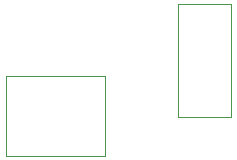
<source format=gbr>
G04 #@! TF.GenerationSoftware,KiCad,Pcbnew,5.1.10*
G04 #@! TF.CreationDate,2021-06-10T23:09:58+02:00*
G04 #@! TF.ProjectId,PlantCtrlESP32,506c616e-7443-4747-926c-45535033322e,rev?*
G04 #@! TF.SameCoordinates,Original*
G04 #@! TF.FileFunction,Other,User*
%FSLAX46Y46*%
G04 Gerber Fmt 4.6, Leading zero omitted, Abs format (unit mm)*
G04 Created by KiCad (PCBNEW 5.1.10) date 2021-06-10 23:09:58*
%MOMM*%
%LPD*%
G01*
G04 APERTURE LIST*
%ADD10C,0.050000*%
G04 APERTURE END LIST*
D10*
X237729200Y-51267800D02*
X237729200Y-60847800D01*
X237729200Y-51267800D02*
X242229200Y-51267800D01*
X242229200Y-60847800D02*
X237729200Y-60847800D01*
X242229200Y-60847800D02*
X242229200Y-51267800D01*
X231560800Y-64114800D02*
X223160800Y-64114800D01*
X231560800Y-57364800D02*
X231560800Y-64114800D01*
X223160800Y-57364800D02*
X231560800Y-57364800D01*
X223160800Y-64114800D02*
X223160800Y-57364800D01*
M02*

</source>
